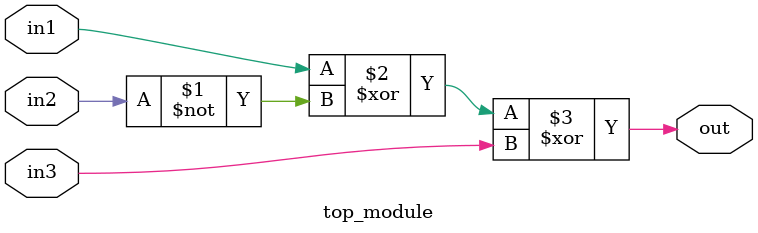
<source format=v>
module top_module (
    input in1,
    input in2,
    input in3,
    output out);

    assign out = in1^(~in2)^in3;
endmodule

</source>
